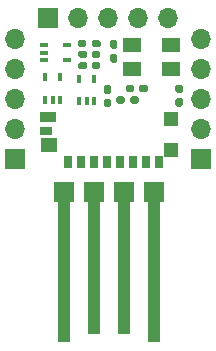
<source format=gts>
%TF.GenerationSoftware,KiCad,Pcbnew,(5.1.9)-1*%
%TF.CreationDate,2021-08-06T11:33:52+02:00*%
%TF.ProjectId,PumpkinPi,50756d70-6b69-46e5-9069-2e6b69636164,rev?*%
%TF.SameCoordinates,Original*%
%TF.FileFunction,Soldermask,Top*%
%TF.FilePolarity,Negative*%
%FSLAX46Y46*%
G04 Gerber Fmt 4.6, Leading zero omitted, Abs format (unit mm)*
G04 Created by KiCad (PCBNEW (5.1.9)-1) date 2021-08-06 11:33:52*
%MOMM*%
%LPD*%
G01*
G04 APERTURE LIST*
%ADD10R,0.400000X0.650000*%
%ADD11C,0.100000*%
%ADD12R,1.150000X1.200000*%
%ADD13R,1.400000X0.900000*%
%ADD14R,1.000000X0.700000*%
%ADD15R,1.450000X1.200000*%
%ADD16R,0.700000X1.000000*%
%ADD17R,1.700000X1.700000*%
%ADD18O,1.700000X1.700000*%
%ADD19R,0.650000X0.400000*%
%ADD20R,1.600000X1.300000*%
G04 APERTURE END LIST*
D10*
%TO.C,U4*%
X103708440Y-93797160D03*
X105008440Y-93797160D03*
X104358440Y-93797160D03*
X105008440Y-91897160D03*
X103708440Y-91897160D03*
%TD*%
%TO.C,C1*%
G36*
G01*
X103639340Y-90919360D02*
X103639340Y-90609360D01*
G75*
G02*
X103794340Y-90454360I155000J0D01*
G01*
X104219340Y-90454360D01*
G75*
G02*
X104374340Y-90609360I0J-155000D01*
G01*
X104374340Y-90919360D01*
G75*
G02*
X104219340Y-91074360I-155000J0D01*
G01*
X103794340Y-91074360D01*
G75*
G02*
X103639340Y-90919360I0J155000D01*
G01*
G37*
G36*
G01*
X104774340Y-90919360D02*
X104774340Y-90609360D01*
G75*
G02*
X104929340Y-90454360I155000J0D01*
G01*
X105354340Y-90454360D01*
G75*
G02*
X105509340Y-90609360I0J-155000D01*
G01*
X105509340Y-90919360D01*
G75*
G02*
X105354340Y-91074360I-155000J0D01*
G01*
X104929340Y-91074360D01*
G75*
G02*
X104774340Y-90919360I0J155000D01*
G01*
G37*
%TD*%
%TO.C,C2*%
G36*
G01*
X103644420Y-89969400D02*
X103644420Y-89659400D01*
G75*
G02*
X103799420Y-89504400I155000J0D01*
G01*
X104224420Y-89504400D01*
G75*
G02*
X104379420Y-89659400I0J-155000D01*
G01*
X104379420Y-89969400D01*
G75*
G02*
X104224420Y-90124400I-155000J0D01*
G01*
X103799420Y-90124400D01*
G75*
G02*
X103644420Y-89969400I0J155000D01*
G01*
G37*
G36*
G01*
X104779420Y-89969400D02*
X104779420Y-89659400D01*
G75*
G02*
X104934420Y-89504400I155000J0D01*
G01*
X105359420Y-89504400D01*
G75*
G02*
X105514420Y-89659400I0J-155000D01*
G01*
X105514420Y-89969400D01*
G75*
G02*
X105359420Y-90124400I-155000J0D01*
G01*
X104934420Y-90124400D01*
G75*
G02*
X104779420Y-89969400I0J155000D01*
G01*
G37*
%TD*%
%TO.C,C3*%
G36*
G01*
X106278740Y-93160240D02*
X105968740Y-93160240D01*
G75*
G02*
X105813740Y-93005240I0J155000D01*
G01*
X105813740Y-92580240D01*
G75*
G02*
X105968740Y-92425240I155000J0D01*
G01*
X106278740Y-92425240D01*
G75*
G02*
X106433740Y-92580240I0J-155000D01*
G01*
X106433740Y-93005240D01*
G75*
G02*
X106278740Y-93160240I-155000J0D01*
G01*
G37*
G36*
G01*
X106278740Y-94295240D02*
X105968740Y-94295240D01*
G75*
G02*
X105813740Y-94140240I0J155000D01*
G01*
X105813740Y-93715240D01*
G75*
G02*
X105968740Y-93560240I155000J0D01*
G01*
X106278740Y-93560240D01*
G75*
G02*
X106433740Y-93715240I0J-155000D01*
G01*
X106433740Y-94140240D01*
G75*
G02*
X106278740Y-94295240I-155000J0D01*
G01*
G37*
%TD*%
%TO.C,C11*%
G36*
G01*
X112021560Y-92369360D02*
X112331560Y-92369360D01*
G75*
G02*
X112486560Y-92524360I0J-155000D01*
G01*
X112486560Y-92949360D01*
G75*
G02*
X112331560Y-93104360I-155000J0D01*
G01*
X112021560Y-93104360D01*
G75*
G02*
X111866560Y-92949360I0J155000D01*
G01*
X111866560Y-92524360D01*
G75*
G02*
X112021560Y-92369360I155000J0D01*
G01*
G37*
G36*
G01*
X112021560Y-93504360D02*
X112331560Y-93504360D01*
G75*
G02*
X112486560Y-93659360I0J-155000D01*
G01*
X112486560Y-94084360D01*
G75*
G02*
X112331560Y-94239360I-155000J0D01*
G01*
X112021560Y-94239360D01*
G75*
G02*
X111866560Y-94084360I0J155000D01*
G01*
X111866560Y-93659360D01*
G75*
G02*
X112021560Y-93504360I155000J0D01*
G01*
G37*
%TD*%
%TO.C,C12*%
G36*
G01*
X109520000Y-92555000D02*
X109520000Y-92865000D01*
G75*
G02*
X109365000Y-93020000I-155000J0D01*
G01*
X108940000Y-93020000D01*
G75*
G02*
X108785000Y-92865000I0J155000D01*
G01*
X108785000Y-92555000D01*
G75*
G02*
X108940000Y-92400000I155000J0D01*
G01*
X109365000Y-92400000D01*
G75*
G02*
X109520000Y-92555000I0J-155000D01*
G01*
G37*
G36*
G01*
X108385000Y-92555000D02*
X108385000Y-92865000D01*
G75*
G02*
X108230000Y-93020000I-155000J0D01*
G01*
X107805000Y-93020000D01*
G75*
G02*
X107650000Y-92865000I0J155000D01*
G01*
X107650000Y-92555000D01*
G75*
G02*
X107805000Y-92400000I155000J0D01*
G01*
X108230000Y-92400000D01*
G75*
G02*
X108385000Y-92555000I0J-155000D01*
G01*
G37*
%TD*%
D11*
%TO.C,J2*%
G36*
X103250000Y-100623000D02*
G01*
X103250000Y-102323000D01*
X102900000Y-102323000D01*
X102900000Y-114173000D01*
X101900000Y-114173000D01*
X101900000Y-102323000D01*
X101550000Y-102323000D01*
X101550000Y-100623000D01*
X103250000Y-100623000D01*
G37*
G36*
X105790000Y-100623000D02*
G01*
X105790000Y-102323000D01*
X105440000Y-102323000D01*
X105440000Y-113473000D01*
X104440000Y-113473000D01*
X104440000Y-102323000D01*
X104090000Y-102323000D01*
X104090000Y-100623000D01*
X105790000Y-100623000D01*
G37*
G36*
X108330000Y-100623000D02*
G01*
X108330000Y-102323000D01*
X107980000Y-102323000D01*
X107980000Y-113473000D01*
X106980000Y-113473000D01*
X106980000Y-102323000D01*
X106630000Y-102323000D01*
X106630000Y-100623000D01*
X108330000Y-100623000D01*
G37*
G36*
X110870000Y-100623000D02*
G01*
X110870000Y-102323000D01*
X110520000Y-102323000D01*
X110520000Y-114173000D01*
X109520000Y-114173000D01*
X109520000Y-102323000D01*
X109170000Y-102323000D01*
X109170000Y-100623000D01*
X110870000Y-100623000D01*
G37*
%TD*%
D12*
%TO.C,J3*%
X111525000Y-95311000D03*
X111525000Y-97901000D03*
D13*
X101100000Y-95161000D03*
D14*
X100900000Y-96311000D03*
D15*
X101125000Y-97461000D03*
D16*
X110450000Y-98951000D03*
X109350000Y-98951000D03*
X108250000Y-98951000D03*
X107150000Y-98951000D03*
X106050000Y-98951000D03*
X104950000Y-98951000D03*
X103850000Y-98951000D03*
X102750000Y-98951000D03*
%TD*%
D17*
%TO.C,J4*%
X114046000Y-98679000D03*
D18*
X114046000Y-96139000D03*
X114046000Y-93599000D03*
X114046000Y-91059000D03*
X114046000Y-88519000D03*
%TD*%
%TO.C,J5*%
X111252000Y-86741000D03*
X108712000Y-86741000D03*
X106172000Y-86741000D03*
X103632000Y-86741000D03*
D17*
X101092000Y-86741000D03*
%TD*%
%TO.C,J6*%
X98298000Y-98679000D03*
D18*
X98298000Y-96139000D03*
X98298000Y-93599000D03*
X98298000Y-91059000D03*
X98298000Y-88519000D03*
%TD*%
%TO.C,R7*%
G36*
G01*
X106840060Y-93845360D02*
X106840060Y-93525360D01*
G75*
G02*
X107000060Y-93365360I160000J0D01*
G01*
X107395060Y-93365360D01*
G75*
G02*
X107555060Y-93525360I0J-160000D01*
G01*
X107555060Y-93845360D01*
G75*
G02*
X107395060Y-94005360I-160000J0D01*
G01*
X107000060Y-94005360D01*
G75*
G02*
X106840060Y-93845360I0J160000D01*
G01*
G37*
G36*
G01*
X108035060Y-93845360D02*
X108035060Y-93525360D01*
G75*
G02*
X108195060Y-93365360I160000J0D01*
G01*
X108590060Y-93365360D01*
G75*
G02*
X108750060Y-93525360I0J-160000D01*
G01*
X108750060Y-93845360D01*
G75*
G02*
X108590060Y-94005360I-160000J0D01*
G01*
X108195060Y-94005360D01*
G75*
G02*
X108035060Y-93845360I0J160000D01*
G01*
G37*
%TD*%
%TO.C,R8*%
G36*
G01*
X104809260Y-89062540D02*
X104809260Y-88742540D01*
G75*
G02*
X104969260Y-88582540I160000J0D01*
G01*
X105364260Y-88582540D01*
G75*
G02*
X105524260Y-88742540I0J-160000D01*
G01*
X105524260Y-89062540D01*
G75*
G02*
X105364260Y-89222540I-160000J0D01*
G01*
X104969260Y-89222540D01*
G75*
G02*
X104809260Y-89062540I0J160000D01*
G01*
G37*
G36*
G01*
X103614260Y-89062540D02*
X103614260Y-88742540D01*
G75*
G02*
X103774260Y-88582540I160000J0D01*
G01*
X104169260Y-88582540D01*
G75*
G02*
X104329260Y-88742540I0J-160000D01*
G01*
X104329260Y-89062540D01*
G75*
G02*
X104169260Y-89222540I-160000J0D01*
G01*
X103774260Y-89222540D01*
G75*
G02*
X103614260Y-89062540I0J160000D01*
G01*
G37*
%TD*%
%TO.C,R9*%
G36*
G01*
X106471740Y-88605400D02*
X106791740Y-88605400D01*
G75*
G02*
X106951740Y-88765400I0J-160000D01*
G01*
X106951740Y-89160400D01*
G75*
G02*
X106791740Y-89320400I-160000J0D01*
G01*
X106471740Y-89320400D01*
G75*
G02*
X106311740Y-89160400I0J160000D01*
G01*
X106311740Y-88765400D01*
G75*
G02*
X106471740Y-88605400I160000J0D01*
G01*
G37*
G36*
G01*
X106471740Y-89800400D02*
X106791740Y-89800400D01*
G75*
G02*
X106951740Y-89960400I0J-160000D01*
G01*
X106951740Y-90355400D01*
G75*
G02*
X106791740Y-90515400I-160000J0D01*
G01*
X106471740Y-90515400D01*
G75*
G02*
X106311740Y-90355400I0J160000D01*
G01*
X106311740Y-89960400D01*
G75*
G02*
X106471740Y-89800400I160000J0D01*
G01*
G37*
%TD*%
D10*
%TO.C,U2*%
X100808000Y-93660000D03*
X102108000Y-93660000D03*
X101458000Y-93660000D03*
X102108000Y-91760000D03*
X100808000Y-91760000D03*
%TD*%
D19*
%TO.C,U3*%
X102677000Y-89012000D03*
X102677000Y-90312000D03*
X100777000Y-89662000D03*
X100777000Y-90312000D03*
X100777000Y-89012000D03*
%TD*%
D20*
%TO.C,Y1*%
X111474520Y-89058240D03*
X108174520Y-89058240D03*
X108174520Y-91058240D03*
X111474520Y-91058240D03*
%TD*%
M02*

</source>
